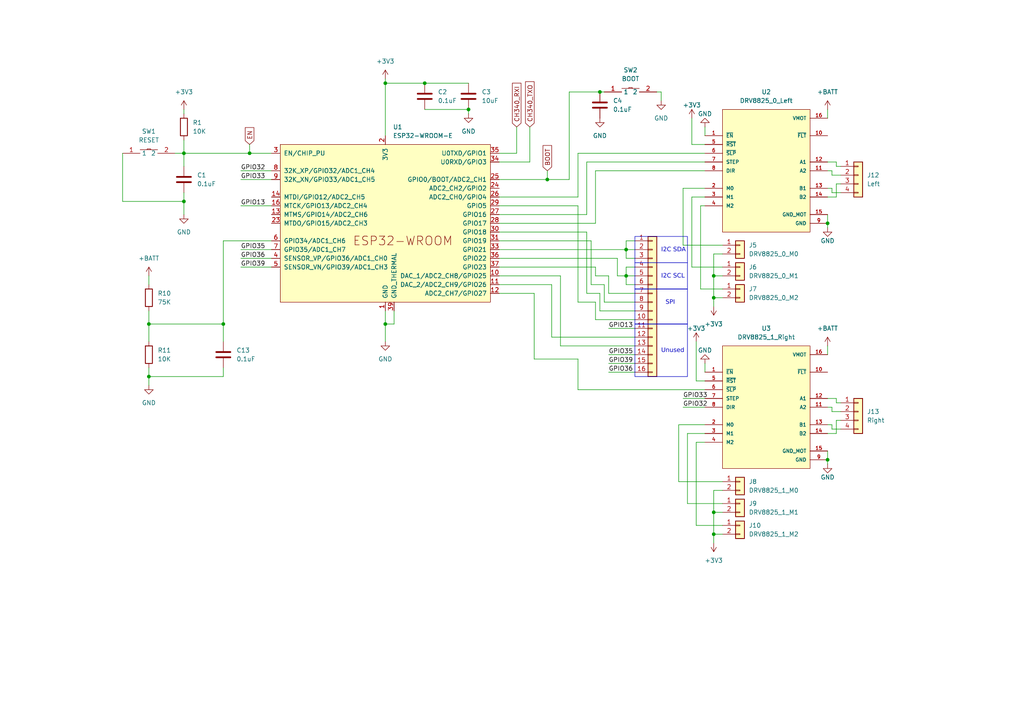
<source format=kicad_sch>
(kicad_sch (version 20230121) (generator eeschema)
  (paper "A4")
  (lib_symbols
    (symbol "Connector_Generic:Conn_01x02" (pin_names (offset 1.016) hide)
      (property "Reference" "J" (at 0 2.54 0))
      (property "Value" "Conn_01x02" (at 0 -5.08 0))
      (symbol "Conn_01x02_1_1"
        (rectangle (start -1.27 -2.413) (end 0 -2.667) (stroke (width 0.1524)))
        (rectangle (start -1.27 0.127) (end 0 -0.127) (stroke (width 0.1524)))
        (rectangle (start -1.27 1.27) (end 1.27 -3.81) (stroke (width 0.254)) (fill (type background)))
        (pin passive line (at -5.08 0 0) (length 3.81) (name "Pin_1") (number "1"))
        (pin passive line (at -5.08 -2.54 0) (length 3.81) (name "Pin_2") (number "2"))
      )
    )
    (symbol "Connector_Generic:Conn_01x04" (pin_names (offset 1.016) hide)
      (property "Reference" "J" (at 0 5.08 0))
      (property "Value" "Conn_01x04" (at 0 -7.62 0))
      (symbol "Conn_01x04_1_1"
        (rectangle (start -1.27 -4.953) (end 0 -5.207) (stroke (width 0.1524)))
        (rectangle (start -1.27 -2.413) (end 0 -2.667) (stroke (width 0.1524)))
        (rectangle (start -1.27 0.127) (end 0 -0.127) (stroke (width 0.1524)))
        (rectangle (start -1.27 2.667) (end 0 2.413) (stroke (width 0.1524)))
        (rectangle (start -1.27 3.81) (end 1.27 -6.35) (stroke (width 0.254)) (fill (type background)))
        (pin passive line (at -5.08 2.54 0) (length 3.81) (name "Pin_1") (number "1"))
        (pin passive line (at -5.08 0 0) (length 3.81) (name "Pin_2") (number "2"))
        (pin passive line (at -5.08 -2.54 0) (length 3.81) (name "Pin_3") (number "3"))
        (pin passive line (at -5.08 -5.08 0) (length 3.81) (name "Pin_4") (number "4"))
      )
    )
    (symbol "Connector_Generic:Conn_01x16" (pin_names (offset 1.016) hide)
      (property "Reference" "J" (at 0 20.32 0))
      (property "Value" "Conn_01x16" (at 0 -22.86 0))
      (symbol "Conn_01x16_1_1"
        (rectangle (start -1.27 -20.193) (end 0 -20.447) (stroke (width 0.1524)))
        (rectangle (start -1.27 -17.653) (end 0 -17.907) (stroke (width 0.1524)))
        (rectangle (start -1.27 -15.113) (end 0 -15.367) (stroke (width 0.1524)))
        (rectangle (start -1.27 -12.573) (end 0 -12.827) (stroke (width 0.1524)))
        (rectangle (start -1.27 -10.033) (end 0 -10.287) (stroke (width 0.1524)))
        (rectangle (start -1.27 -7.493) (end 0 -7.747) (stroke (width 0.1524)))
        (rectangle (start -1.27 -4.953) (end 0 -5.207) (stroke (width 0.1524)))
        (rectangle (start -1.27 -2.413) (end 0 -2.667) (stroke (width 0.1524)))
        (rectangle (start -1.27 0.127) (end 0 -0.127) (stroke (width 0.1524)))
        (rectangle (start -1.27 2.667) (end 0 2.413) (stroke (width 0.1524)))
        (rectangle (start -1.27 5.207) (end 0 4.953) (stroke (width 0.1524)))
        (rectangle (start -1.27 7.747) (end 0 7.493) (stroke (width 0.1524)))
        (rectangle (start -1.27 10.287) (end 0 10.033) (stroke (width 0.1524)))
        (rectangle (start -1.27 12.827) (end 0 12.573) (stroke (width 0.1524)))
        (rectangle (start -1.27 15.367) (end 0 15.113) (stroke (width 0.1524)))
        (rectangle (start -1.27 17.907) (end 0 17.653) (stroke (width 0.1524)))
        (rectangle (start -1.27 19.05) (end 1.27 -21.59) (stroke (width 0.254)) (fill (type background)))
        (pin passive line (at -5.08 17.78 0) (length 3.81) (name "Pin_1") (number "1"))
        (pin passive line (at -5.08 -5.08 0) (length 3.81) (name "Pin_10") (number "10"))
        (pin passive line (at -5.08 -7.62 0) (length 3.81) (name "Pin_11") (number "11"))
        (pin passive line (at -5.08 -10.16 0) (length 3.81) (name "Pin_12") (number "12"))
        (pin passive line (at -5.08 -12.7 0) (length 3.81) (name "Pin_13") (number "13"))
        (pin passive line (at -5.08 -15.24 0) (length 3.81) (name "Pin_14") (number "14"))
        (pin passive line (at -5.08 -17.78 0) (length 3.81) (name "Pin_15") (number "15"))
        (pin passive line (at -5.08 -20.32 0) (length 3.81) (name "Pin_16") (number "16"))
        (pin passive line (at -5.08 15.24 0) (length 3.81) (name "Pin_2") (number "2"))
        (pin passive line (at -5.08 12.7 0) (length 3.81) (name "Pin_3") (number "3"))
        (pin passive line (at -5.08 10.16 0) (length 3.81) (name "Pin_4") (number "4"))
        (pin passive line (at -5.08 7.62 0) (length 3.81) (name "Pin_5") (number "5"))
        (pin passive line (at -5.08 5.08 0) (length 3.81) (name "Pin_6") (number "6"))
        (pin passive line (at -5.08 2.54 0) (length 3.81) (name "Pin_7") (number "7"))
        (pin passive line (at -5.08 0 0) (length 3.81) (name "Pin_8") (number "8"))
        (pin passive line (at -5.08 -2.54 0) (length 3.81) (name "Pin_9") (number "9"))
      )
    )
    (symbol "DRV8825_STEPPER_MOTOR_DRIVER_CARRIER:DRV8825_STEPPER_MOTOR_DRIVER_CARRIER" (pin_names (offset 1.016))
      (property "Reference" "U" (at -12.7 18.542 0))
      (property "Value" "DRV8825_STEPPER_MOTOR_DRIVER_CARRIER" (at -12.7 -20.32 0))
      (symbol "DRV8825_STEPPER_MOTOR_DRIVER_CARRIER_0_0"
        (rectangle (start -12.7 -17.78) (end 12.7 17.78) (stroke (width 0.1524)) (fill (type background)))
        (pin input line (at -17.78 10.16 0) (length 5.08) (name "~{EN}") (number "1"))
        (pin output line (at 17.78 10.16 180) (length 5.08) (name "~{FLT}") (number "10"))
        (pin output line (at 17.78 0 180) (length 5.08) (name "A2") (number "11"))
        (pin output line (at 17.78 2.54 180) (length 5.08) (name "A1") (number "12"))
        (pin output line (at 17.78 -5.08 180) (length 5.08) (name "B1") (number "13"))
        (pin output line (at 17.78 -7.62 180) (length 5.08) (name "B2") (number "14"))
        (pin power_in line (at 17.78 -12.7 180) (length 5.08) (name "GND_MOT") (number "15"))
        (pin power_in line (at 17.78 15.24 180) (length 5.08) (name "VMOT") (number "16"))
        (pin input line (at -17.78 -5.08 0) (length 5.08) (name "M0") (number "2"))
        (pin input line (at -17.78 -7.62 0) (length 5.08) (name "M1") (number "3"))
        (pin input line (at -17.78 -10.16 0) (length 5.08) (name "M2") (number "4"))
        (pin input line (at -17.78 7.62 0) (length 5.08) (name "~{RST}") (number "5"))
        (pin input line (at -17.78 5.08 0) (length 5.08) (name "~{SLP}") (number "6"))
        (pin input line (at -17.78 2.54 0) (length 5.08) (name "STEP") (number "7"))
        (pin input line (at -17.78 0 0) (length 5.08) (name "DIR") (number "8"))
        (pin power_in line (at 17.78 -15.24 180) (length 5.08) (name "GND") (number "9"))
      )
    )
    (symbol "Device:C" (pin_numbers hide) (pin_names (offset 0.254))
      (property "Reference" "C" (at 0.635 2.54 0))
      (property "Value" "C" (at 0.635 -2.54 0))
      (symbol "C_0_1"
        (polyline (pts (xy -2.032 -0.762) (xy 2.032 -0.762)) (stroke (width 0.508)))
        (polyline (pts (xy -2.032 0.762) (xy 2.032 0.762)) (stroke (width 0.508)))
      )
      (symbol "C_1_1"
        (pin passive line (at 0 3.81 270) (length 2.794) (name "~") (number "1"))
        (pin passive line (at 0 -3.81 90) (length 2.794) (name "~") (number "2"))
      )
    )
    (symbol "Device:R" (pin_numbers hide) (pin_names (offset 0))
      (property "Reference" "R" (at 2.032 0 90))
      (property "Value" "R" (at 0 0 90))
      (symbol "R_0_1"
        (rectangle (start -1.016 -2.54) (end 1.016 2.54) (stroke (width 0.254)))
      )
      (symbol "R_1_1"
        (pin passive line (at 0 3.81 270) (length 1.27) (name "~") (number "1"))
        (pin passive line (at 0 -3.81 90) (length 1.27) (name "~") (number "2"))
      )
    )
    (symbol "Espressif:ESP32-WROOM-E" (pin_names (offset 1.016))
      (property "Reference" "U" (at -30.48 27.94 0))
      (property "Value" "ESP32-WROOM-E" (at -30.48 25.4 0))
      (symbol "ESP32-WROOM-E_0_1"
        (rectangle (start -30.48 22.86) (end 30.48 -22.86) (fill (type background)))
      )
      (symbol "ESP32-WROOM-E_1_1"
        (text "ESP32-­WROOM­" (at 5.08 -5.08 0) (effects (font (size 2.54 2.54))))
        (pin power_in line (at 0 -25.4 90) (length 2.54) (name "GND") (number "1"))
        (pin bidirectional line (at 33.02 -15.24 180) (length 2.54) (name "DAC_1/ADC2_CH8/GPIO25") (number "10"))
        (pin bidirectional line (at 33.02 -17.78 180) (length 2.54) (name "DAC_2/ADC2_CH9/GPIO26") (number "11"))
        (pin bidirectional line (at 33.02 -20.32 180) (length 2.54) (name "ADC2_CH7/GPIO27") (number "12"))
        (pin bidirectional line (at -33.02 2.54 0) (length 2.54) (name "MTMS/GPIO14/ADC2_CH6") (number "13"))
        (pin bidirectional line (at -33.02 7.62 0) (length 2.54) (name "MTDI/GPIO12/ADC2_CH5") (number "14"))
        (pin passive line (at 0 -25.4 90) (length 2.54) hide (name "GND") (number "15"))
        (pin bidirectional line (at -33.02 5.08 0) (length 2.54) (name "MTCK/GPIO13/ADC2_CH4") (number "16"))
        (pin power_in line (at 0 25.4 270) (length 2.54) (name "3V3") (number "2"))
        (pin bidirectional line (at -33.02 0 0) (length 2.54) (name "MTDO/GPIO15/ADC2_CH3") (number "23"))
        (pin bidirectional line (at 33.02 10.16 180) (length 2.54) (name "ADC2_CH2/GPIO2") (number "24"))
        (pin bidirectional line (at 33.02 12.7 180) (length 2.54) (name "GPIO0/BOOT/ADC2_CH1") (number "25"))
        (pin bidirectional line (at 33.02 7.62 180) (length 2.54) (name "ADC2_CH0/GPIO4") (number "26"))
        (pin bidirectional line (at 33.02 2.54 180) (length 2.54) (name "GPIO16") (number "27"))
        (pin bidirectional line (at 33.02 0 180) (length 2.54) (name "GPIO17") (number "28"))
        (pin bidirectional line (at 33.02 5.08 180) (length 2.54) (name "GPIO5") (number "29"))
        (pin input line (at -33.02 20.32 0) (length 2.54) (name "EN/CHIP_PU") (number "3"))
        (pin bidirectional line (at 33.02 -2.54 180) (length 2.54) (name "GPIO18") (number "30"))
        (pin bidirectional line (at 33.02 -5.08 180) (length 2.54) (name "GPIO19") (number "31"))
        (pin bidirectional line (at 33.02 -7.62 180) (length 2.54) (name "GPIO21") (number "33"))
        (pin bidirectional line (at 33.02 17.78 180) (length 2.54) (name "U0RXD/GPIO3") (number "34"))
        (pin bidirectional line (at 33.02 20.32 180) (length 2.54) (name "U0TXD/GPIO1") (number "35"))
        (pin bidirectional line (at 33.02 -10.16 180) (length 2.54) (name "GPIO22") (number "36"))
        (pin bidirectional line (at 33.02 -12.7 180) (length 2.54) (name "GPIO23") (number "37"))
        (pin passive line (at 0 -25.4 90) (length 2.54) hide (name "GND") (number "38"))
        (pin power_in line (at 2.54 -25.4 90) (length 2.54) (name "GND_THERMAL") (number "39"))
        (pin input line (at -33.02 -10.16 0) (length 2.54) (name "SENSOR_VP/GPIO36/ADC1_CH0") (number "4"))
        (pin input line (at -33.02 -12.7 0) (length 2.54) (name "SENSOR_VN/GPIO39/ADC1_CH3") (number "5"))
        (pin input line (at -33.02 -5.08 0) (length 2.54) (name "GPIO34/ADC1_CH6") (number "6"))
        (pin input line (at -33.02 -7.62 0) (length 2.54) (name "GPIO35/ADC1_CH7") (number "7"))
        (pin bidirectional line (at -33.02 15.24 0) (length 2.54) (name "32K_XP/GPIO32/ADC1_CH4") (number "8"))
        (pin bidirectional line (at -33.02 12.7 0) (length 2.54) (name "32K_XN/GPIO33/ADC1_CH5") (number "9"))
      )
    )
    (symbol "easyeda2kicad:TS-1101-C-W"
      (property "Reference" "SW" (at 0 5.08 0))
      (property "Value" "TS-1101-C-W" (at 0 -5.08 0))
      (symbol "TS-1101-C-W_0_1"
        (polyline (pts (xy -2.54 1.02) (xy 2.54 1.02)))
        (polyline (pts (xy -0.51 1.02) (xy -0.51 1.27) (xy 0.51 1.27) (xy 0.51 1.02)))
        (pin unspecified line (at -7.62 0 0) (length 5.08) (name "1") (number "1"))
        (pin unspecified line (at 7.62 0 180) (length 5.08) (name "2") (number "2"))
      )
    )
    (symbol "power:+3V3" (power) (pin_names (offset 0))
      (property "Value" "+3V3" (at 0 3.556 0))
      (symbol "+3V3_0_1"
        (polyline (pts (xy -0.762 1.27) (xy 0 2.54)))
        (polyline (pts (xy 0 0) (xy 0 2.54)))
        (polyline (pts (xy 0 2.54) (xy 0.762 1.27)))
      )
      (symbol "+3V3_1_1"
        (pin power_in line (at 0 0 90) (length 0) hide (name "+3V3") (number "1"))
      )
    )
    (symbol "power:+BATT" (power) (pin_names (offset 0))
      (property "Value" "+BATT" (at 0 3.556 0))
      (symbol "+BATT_0_1"
        (polyline (pts (xy -0.762 1.27) (xy 0 2.54)))
        (polyline (pts (xy 0 0) (xy 0 2.54)))
        (polyline (pts (xy 0 2.54) (xy 0.762 1.27)))
      )
      (symbol "+BATT_1_1"
        (pin power_in line (at 0 0 90) (length 0) hide (name "+BATT") (number "1"))
      )
    )
    (symbol "power:GND" (power) (pin_names (offset 0))
      (property "Value" "GND" (at 0 -3.81 0))
      (symbol "GND_0_1"
        (polyline (pts (xy 0 0) (xy 0 -1.27) (xy 1.27 -1.27) (xy 0 -2.54) (xy -1.27 -1.27) (xy 0 -1.27)))
      )
      (symbol "GND_1_1"
        (pin power_in line (at 0 0 270) (length 0) hide (name "GND") (number "1"))
      )
    )
  )
  (junction (at 135.89 31.75))
  (junction (at 111.76 93.98))
  (junction (at 207.01 86.36))
  (junction (at 240.03 64.77))
  (junction (at 123.19 24.13))
  (junction (at 43.18 93.98))
  (junction (at 158.75 52.07))
  (junction (at 53.34 44.45))
  (junction (at 240.03 133.35))
  (junction (at 111.76 24.13))
  (junction (at 173.99 26.67))
  (junction (at 43.18 109.22))
  (junction (at 72.39 44.45))
  (junction (at 64.77 93.98))
  (junction (at 207.01 148.59))
  (junction (at 181.61 80.01))
  (junction (at 181.61 72.39))
  (junction (at 207.01 154.94))
  (junction (at 207.01 80.01))
  (junction (at 53.34 58.42))
  (wire (pts (xy 241.3 123.19) (xy 241.3 124.46)))
  (wire (pts (xy 144.78 59.69) (xy 167.64 59.69)))
  (wire (pts (xy 198.12 118.11) (xy 204.47 118.11)))
  (wire (pts (xy 204.47 41.91) (xy 200.66 41.91)))
  (wire (pts (xy 241.3 124.46) (xy 243.84 124.46)))
  (wire (pts (xy 176.53 105.41) (xy 184.15 105.41)))
  (wire (pts (xy 204.47 128.27) (xy 201.93 128.27)))
  (wire (pts (xy 200.66 77.47) (xy 209.55 77.47)))
  (wire (pts (xy 144.78 62.23) (xy 170.18 62.23)))
  (wire (pts (xy 240.03 46.99) (xy 242.57 46.99)))
  (wire (pts (xy 207.01 154.94) (xy 207.01 157.48)))
  (wire (pts (xy 165.1 52.07) (xy 165.1 26.67)))
  (wire (pts (xy 241.3 49.53) (xy 241.3 50.8)))
  (wire (pts (xy 172.72 49.53) (xy 172.72 64.77)))
  (wire (pts (xy 172.72 77.47) (xy 172.72 80.01)))
  (wire (pts (xy 111.76 93.98) (xy 111.76 99.06)))
  (wire (pts (xy 204.47 36.83) (xy 204.47 39.37)))
  (wire (pts (xy 162.56 80.01) (xy 162.56 100.33)))
  (wire (pts (xy 170.18 46.99) (xy 170.18 62.23)))
  (wire (pts (xy 204.47 57.15) (xy 200.66 57.15)))
  (wire (pts (xy 181.61 72.39) (xy 181.61 74.93)))
  (wire (pts (xy 209.55 154.94) (xy 207.01 154.94)))
  (wire (pts (xy 53.34 58.42) (xy 53.34 62.23)))
  (wire (pts (xy 207.01 80.01) (xy 207.01 86.36)))
  (wire (pts (xy 240.03 31.75) (xy 240.03 34.29)))
  (wire (pts (xy 241.3 54.61) (xy 241.3 55.88)))
  (wire (pts (xy 69.85 77.47) (xy 78.74 77.47)))
  (wire (pts (xy 172.72 87.63) (xy 172.72 92.71)))
  (wire (pts (xy 78.74 69.85) (xy 64.77 69.85)))
  (wire (pts (xy 176.53 95.25) (xy 184.15 95.25)))
  (wire (pts (xy 207.01 148.59) (xy 207.01 154.94)))
  (wire (pts (xy 170.18 85.09) (xy 173.99 85.09)))
  (wire (pts (xy 201.93 128.27) (xy 201.93 152.4)))
  (wire (pts (xy 173.99 26.67) (xy 175.26 26.67)))
  (wire (pts (xy 181.61 82.55) (xy 184.15 82.55)))
  (wire (pts (xy 154.94 104.14) (xy 167.64 104.14)))
  (wire (pts (xy 69.85 72.39) (xy 78.74 72.39)))
  (wire (pts (xy 240.03 64.77) (xy 240.03 66.04)))
  (wire (pts (xy 242.57 57.15) (xy 242.57 53.34)))
  (wire (pts (xy 160.02 97.79) (xy 184.15 97.79)))
  (wire (pts (xy 242.57 116.84) (xy 243.84 116.84)))
  (wire (pts (xy 111.76 24.13) (xy 111.76 39.37)))
  (wire (pts (xy 144.78 67.31) (xy 170.18 67.31)))
  (wire (pts (xy 181.61 77.47) (xy 184.15 77.47)))
  (wire (pts (xy 35.56 44.45) (xy 35.56 58.42)))
  (wire (pts (xy 179.07 80.01) (xy 181.61 80.01)))
  (wire (pts (xy 43.18 93.98) (xy 43.18 99.06)))
  (wire (pts (xy 64.77 99.06) (xy 64.77 93.98)))
  (wire (pts (xy 172.72 49.53) (xy 204.47 49.53)))
  (wire (pts (xy 144.78 44.45) (xy 149.86 44.45)))
  (wire (pts (xy 196.85 123.19) (xy 196.85 139.7)))
  (wire (pts (xy 240.03 57.15) (xy 242.57 57.15)))
  (wire (pts (xy 158.75 49.53) (xy 158.75 52.07)))
  (wire (pts (xy 240.03 62.23) (xy 240.03 64.77)))
  (wire (pts (xy 114.3 90.17) (xy 114.3 93.98)))
  (wire (pts (xy 198.12 71.12) (xy 209.55 71.12)))
  (wire (pts (xy 165.1 26.67) (xy 173.99 26.67)))
  (wire (pts (xy 176.53 107.95) (xy 184.15 107.95)))
  (wire (pts (xy 201.93 110.49) (xy 204.47 110.49)))
  (wire (pts (xy 69.85 59.69) (xy 78.74 59.69)))
  (wire (pts (xy 204.47 59.69) (xy 203.2 59.69)))
  (wire (pts (xy 190.5 26.67) (xy 191.77 26.67)))
  (wire (pts (xy 242.57 46.99) (xy 242.57 48.26)))
  (wire (pts (xy 240.03 118.11) (xy 241.3 118.11)))
  (wire (pts (xy 167.64 57.15) (xy 167.64 44.45)))
  (wire (pts (xy 240.03 115.57) (xy 242.57 115.57)))
  (wire (pts (xy 167.64 59.69) (xy 167.64 87.63)))
  (wire (pts (xy 43.18 106.68) (xy 43.18 109.22)))
  (wire (pts (xy 167.64 87.63) (xy 172.72 87.63)))
  (wire (pts (xy 64.77 69.85) (xy 64.77 93.98)))
  (wire (pts (xy 144.78 52.07) (xy 158.75 52.07)))
  (wire (pts (xy 144.78 64.77) (xy 172.72 64.77)))
  (wire (pts (xy 201.93 152.4) (xy 209.55 152.4)))
  (wire (pts (xy 172.72 80.01) (xy 176.53 80.01)))
  (wire (pts (xy 240.03 123.19) (xy 241.3 123.19)))
  (wire (pts (xy 144.78 77.47) (xy 172.72 77.47)))
  (wire (pts (xy 171.45 82.55) (xy 175.26 82.55)))
  (wire (pts (xy 241.3 50.8) (xy 243.84 50.8)))
  (wire (pts (xy 242.57 121.92) (xy 243.84 121.92)))
  (wire (pts (xy 144.78 46.99) (xy 153.67 46.99)))
  (wire (pts (xy 64.77 109.22) (xy 43.18 109.22)))
  (wire (pts (xy 69.85 52.07) (xy 78.74 52.07)))
  (wire (pts (xy 111.76 90.17) (xy 111.76 93.98)))
  (wire (pts (xy 53.34 40.64) (xy 53.34 44.45)))
  (wire (pts (xy 200.66 41.91) (xy 200.66 34.29)))
  (wire (pts (xy 144.78 57.15) (xy 167.64 57.15)))
  (wire (pts (xy 153.67 36.83) (xy 153.67 46.99)))
  (wire (pts (xy 242.57 115.57) (xy 242.57 116.84)))
  (wire (pts (xy 209.55 86.36) (xy 207.01 86.36)))
  (wire (pts (xy 69.85 49.53) (xy 78.74 49.53)))
  (wire (pts (xy 144.78 80.01) (xy 162.56 80.01)))
  (wire (pts (xy 181.61 80.01) (xy 184.15 80.01)))
  (wire (pts (xy 191.77 26.67) (xy 191.77 29.21)))
  (wire (pts (xy 181.61 80.01) (xy 181.61 77.47)))
  (wire (pts (xy 43.18 109.22) (xy 43.18 111.76)))
  (wire (pts (xy 64.77 93.98) (xy 43.18 93.98)))
  (wire (pts (xy 176.53 85.09) (xy 184.15 85.09)))
  (wire (pts (xy 175.26 87.63) (xy 184.15 87.63)))
  (wire (pts (xy 181.61 72.39) (xy 181.61 69.85)))
  (wire (pts (xy 114.3 93.98) (xy 111.76 93.98)))
  (wire (pts (xy 160.02 82.55) (xy 160.02 97.79)))
  (wire (pts (xy 144.78 72.39) (xy 181.61 72.39)))
  (wire (pts (xy 50.8 44.45) (xy 53.34 44.45)))
  (wire (pts (xy 144.78 82.55) (xy 160.02 82.55)))
  (wire (pts (xy 240.03 100.33) (xy 240.03 102.87)))
  (wire (pts (xy 170.18 67.31) (xy 170.18 85.09)))
  (wire (pts (xy 158.75 52.07) (xy 165.1 52.07)))
  (wire (pts (xy 111.76 24.13) (xy 123.19 24.13)))
  (wire (pts (xy 53.34 44.45) (xy 72.39 44.45)))
  (wire (pts (xy 204.47 123.19) (xy 196.85 123.19)))
  (wire (pts (xy 53.34 31.75) (xy 53.34 33.02)))
  (wire (pts (xy 201.93 99.06) (xy 201.93 110.49)))
  (wire (pts (xy 53.34 44.45) (xy 53.34 48.26)))
  (wire (pts (xy 204.47 125.73) (xy 199.39 125.73)))
  (wire (pts (xy 204.47 54.61) (xy 198.12 54.61)))
  (wire (pts (xy 176.53 80.01) (xy 176.53 85.09)))
  (wire (pts (xy 144.78 69.85) (xy 171.45 69.85)))
  (wire (pts (xy 167.64 44.45) (xy 204.47 44.45)))
  (wire (pts (xy 175.26 82.55) (xy 175.26 87.63)))
  (wire (pts (xy 204.47 105.41) (xy 204.47 107.95)))
  (wire (pts (xy 35.56 58.42) (xy 53.34 58.42)))
  (wire (pts (xy 167.64 104.14) (xy 167.64 113.03)))
  (wire (pts (xy 181.61 74.93) (xy 184.15 74.93)))
  (wire (pts (xy 69.85 74.93) (xy 78.74 74.93)))
  (wire (pts (xy 172.72 92.71) (xy 184.15 92.71)))
  (wire (pts (xy 207.01 86.36) (xy 207.01 88.9)))
  (wire (pts (xy 240.03 49.53) (xy 241.3 49.53)))
  (wire (pts (xy 241.3 118.11) (xy 241.3 119.38)))
  (wire (pts (xy 199.39 146.05) (xy 209.55 146.05)))
  (wire (pts (xy 111.76 22.86) (xy 111.76 24.13)))
  (wire (pts (xy 43.18 80.01) (xy 43.18 82.55)))
  (wire (pts (xy 154.94 85.09) (xy 154.94 104.14)))
  (wire (pts (xy 53.34 55.88) (xy 53.34 58.42)))
  (wire (pts (xy 240.03 125.73) (xy 242.57 125.73)))
  (wire (pts (xy 242.57 125.73) (xy 242.57 121.92)))
  (wire (pts (xy 162.56 100.33) (xy 184.15 100.33)))
  (wire (pts (xy 144.78 74.93) (xy 179.07 74.93)))
  (wire (pts (xy 181.61 72.39) (xy 184.15 72.39)))
  (wire (pts (xy 198.12 54.61) (xy 198.12 71.12)))
  (wire (pts (xy 209.55 142.24) (xy 207.01 142.24)))
  (wire (pts (xy 240.03 130.81) (xy 240.03 133.35)))
  (wire (pts (xy 72.39 44.45) (xy 78.74 44.45)))
  (wire (pts (xy 203.2 59.69) (xy 203.2 83.82)))
  (wire (pts (xy 241.3 119.38) (xy 243.84 119.38)))
  (wire (pts (xy 173.99 85.09) (xy 173.99 90.17)))
  (wire (pts (xy 196.85 139.7) (xy 209.55 139.7)))
  (wire (pts (xy 198.12 115.57) (xy 204.47 115.57)))
  (wire (pts (xy 209.55 80.01) (xy 207.01 80.01)))
  (wire (pts (xy 240.03 54.61) (xy 241.3 54.61)))
  (wire (pts (xy 179.07 74.93) (xy 179.07 80.01)))
  (wire (pts (xy 200.66 57.15) (xy 200.66 77.47)))
  (wire (pts (xy 176.53 102.87) (xy 184.15 102.87)))
  (wire (pts (xy 173.99 90.17) (xy 184.15 90.17)))
  (wire (pts (xy 240.03 133.35) (xy 240.03 134.62)))
  (wire (pts (xy 181.61 69.85) (xy 184.15 69.85)))
  (wire (pts (xy 209.55 73.66) (xy 207.01 73.66)))
  (wire (pts (xy 181.61 80.01) (xy 181.61 82.55)))
  (wire (pts (xy 170.18 46.99) (xy 204.47 46.99)))
  (wire (pts (xy 199.39 125.73) (xy 199.39 146.05)))
  (wire (pts (xy 241.3 55.88) (xy 243.84 55.88)))
  (wire (pts (xy 207.01 142.24) (xy 207.01 148.59)))
  (wire (pts (xy 144.78 85.09) (xy 154.94 85.09)))
  (wire (pts (xy 72.39 41.91) (xy 72.39 44.45)))
  (wire (pts (xy 123.19 31.75) (xy 135.89 31.75)))
  (wire (pts (xy 203.2 83.82) (xy 209.55 83.82)))
  (wire (pts (xy 167.64 113.03) (xy 204.47 113.03)))
  (wire (pts (xy 149.86 36.83) (xy 149.86 44.45)))
  (wire (pts (xy 123.19 24.13) (xy 135.89 24.13)))
  (wire (pts (xy 207.01 73.66) (xy 207.01 80.01)))
  (wire (pts (xy 209.55 148.59) (xy 207.01 148.59)))
  (wire (pts (xy 242.57 48.26) (xy 243.84 48.26)))
  (wire (pts (xy 64.77 106.68) (xy 64.77 109.22)))
  (wire (pts (xy 43.18 90.17) (xy 43.18 93.98)))
  (wire (pts (xy 135.89 31.75) (xy 135.89 33.02)))
  (wire (pts (xy 242.57 53.34) (xy 243.84 53.34)))
  (wire (pts (xy 171.45 69.85) (xy 171.45 82.55)))
  (rectangle (start 184.15 68.58) (end 199.39 76.2))
  (rectangle (start 184.15 93.98) (end 199.39 109.22))
  (rectangle (start 184.15 76.2) (end 199.39 83.82))
  (rectangle (start 184.15 83.82) (end 199.39 93.98))
  (text "I2C SDA" (at 191.77 73.66 0) (effects (font (size 1.27 1.27)) (justify left bottom)))
  (text "Unused" (at 191.77 102.87 0) (effects (font (size 1.27 1.27)) (justify left bottom)))
  (text "SPI" (at 193.04 88.9 0) (effects (font (size 1.27 1.27)) (justify left bottom)))
  (text "I2C SCL" (at 191.77 81.28 0) (effects (font (size 1.27 1.27)) (justify left bottom)))
  (label "GPIO39" (at 69.85 77.47 0))
  (label "GPIO39" (at 176.53 105.41 0))
  (label "GPIO13" (at 176.53 95.25 0))
  (label "GPIO35" (at 69.85 72.39 0))
  (label "GPIO33" (at 198.12 115.57 0))
  (label "GPIO36" (at 69.85 74.93 0))
  (label "GPIO32" (at 69.85 49.53 0))
  (label "GPIO35" (at 176.53 102.87 0))
  (label "GPIO36" (at 176.53 107.95 0))
  (label "GPIO33" (at 69.85 52.07 0))
  (label "GPIO32" (at 198.12 118.11 0))
  (label "GPIO13" (at 69.85 59.69 0))
  (global_label "EN" (shape input) (at 72.39 41.91 90) (property "Intersheetrefs" "${INTERSHEET_REFS}" (effects hide)))
  (global_label "CH340_TXO" (shape input) (at 153.67 36.83 90) (property "Intersheetrefs" "${INTERSHEET_REFS}" (effects hide)))
  (global_label "BOOT" (shape input) (at 158.75 49.53 90) (property "Intersheetrefs" "${INTERSHEET_REFS}" (effects hide)))
  (global_label "CH340_RXI" (shape input) (at 149.86 36.83 90) (property "Intersheetrefs" "${INTERSHEET_REFS}" (effects hide)))
  (symbol (lib_id "DRV8825_STEPPER_MOTOR_DRIVER_CARRIER:DRV8825_STEPPER_MOTOR_DRIVER_CARRIER") (at 222.25 118.11 0) (unit 1)
    (property "Reference" "U3" (at 222.25 95.25 0))
    (property "Value" "DRV8825_1_Right" (at 222.25 97.79 0))
    (property "Footprint" "Snap_EDA:IC_DRV8825_STEPPER_MOTOR_DRIVER_CARRIER" (effects hide))
    (property "MF" "Pololu" (effects hide))
    (property "DESCRIPTION" "Stepper motor controler; IC: DRV8825; 1.5A; Uin mot: 8.2÷45V" (effects hide))
    (property "PACKAGE" "None" (effects hide))
    (property "PRICE" "None" (effects hide))
    (property "Package" "None" (effects hide))
    (property "Check_prices" "https://www.snapeda.com/parts/DRV8825%20STEPPER%20MOTOR%20DRIVER%20CARRIER/Pololu/view-part/?ref=eda" (effects hide))
    (property "Price" "None" (effects hide))
    (property "SnapEDA_Link" "https://www.snapeda.com/parts/DRV8825%20STEPPER%20MOTOR%20DRIVER%20CARRIER/Pololu/view-part/?ref=snap" (effects hide))
    (property "MP" "DRV8825 STEPPER MOTOR DRIVER CARRIER" (effects hide))
    (property "Availability" "Not in stock" (effects hide))
    (property "AVAILABILITY" "Unavailable" (effects hide))
    (property "Description" "\n                        \n                            Stepper, Bipolar 8.2 ~ 45VDC Supply 1.5A 8.2 ~ 45V Load\n                        \n" (effects hide))
  )
  (symbol (lib_id "power:GND") (at 111.76 99.06 0) (unit 1)
    (property "Reference" "#PWR04" (effects hide))
    (property "Value" "GND" (at 111.76 104.14 0))
  )
  (symbol (lib_id "Connector_Generic:Conn_01x04") (at 248.92 50.8 0) (unit 1)
    (property "Reference" "J12" (at 251.46 50.8 0) (effects (justify left)))
    (property "Value" "Left" (at 251.46 53.34 0) (effects (justify left)))
    (property "Footprint" "Connector_PinSocket_2.54mm:PinSocket_1x04_P2.54mm_Vertical" (effects hide))
  )
  (symbol (lib_id "power:+3V3") (at 207.01 88.9 180) (unit 1)
    (property "Reference" "#PWR034" (effects hide))
    (property "Value" "+3V3" (at 207.01 93.98 0))
  )
  (symbol (lib_id "power:+BATT") (at 240.03 100.33 0) (unit 1)
    (property "Reference" "#PWR038" (effects hide))
    (property "Value" "+BATT" (at 240.03 95.25 0))
  )
  (symbol (lib_id "power:GND") (at 204.47 36.83 180) (unit 1)
    (property "Reference" "#PWR032" (effects hide))
    (property "Value" "GND" (at 204.47 33.02 0))
  )
  (symbol (lib_id "Device:R") (at 53.34 36.83 0) (unit 1)
    (property "Reference" "R1" (at 55.88 35.56 0) (effects (justify left)))
    (property "Value" "10K" (at 55.88 38.1 0) (effects (justify left)))
    (property "Footprint" "Resistor_SMD:R_0805_2012Metric" (effects hide))
  )
  (symbol (lib_id "Connector_Generic:Conn_01x02") (at 214.63 83.82 0) (unit 1)
    (property "Reference" "J7" (at 217.17 83.82 0) (effects (justify left)))
    (property "Value" "DRV8825_0_M2" (at 217.17 86.36 0) (effects (justify left)))
    (property "Footprint" "Connector_PinHeader_2.54mm:PinHeader_1x02_P2.54mm_Vertical" (effects hide))
  )
  (symbol (lib_id "Connector_Generic:Conn_01x04") (at 248.92 119.38 0) (unit 1)
    (property "Reference" "J13" (at 251.46 119.38 0) (effects (justify left)))
    (property "Value" "Right" (at 251.46 121.92 0) (effects (justify left)))
    (property "Footprint" "Connector_PinSocket_2.54mm:PinSocket_1x04_P2.54mm_Vertical" (effects hide))
  )
  (symbol (lib_id "power:+3V3") (at 207.01 157.48 180) (unit 1)
    (property "Reference" "#PWR035" (effects hide))
    (property "Value" "+3V3" (at 207.01 162.56 0))
  )
  (symbol (lib_id "Connector_Generic:Conn_01x02") (at 214.63 152.4 0) (unit 1)
    (property "Reference" "J10" (at 217.17 152.4 0) (effects (justify left)))
    (property "Value" "DRV8825_1_M2" (at 217.17 154.94 0) (effects (justify left)))
    (property "Footprint" "Connector_PinHeader_2.54mm:PinHeader_1x02_P2.54mm_Vertical" (effects hide))
  )
  (symbol (lib_id "Connector_Generic:Conn_01x02") (at 214.63 146.05 0) (unit 1)
    (property "Reference" "J9" (at 217.17 146.05 0) (effects (justify left)))
    (property "Value" "DRV8825_1_M1" (at 217.17 148.59 0) (effects (justify left)))
    (property "Footprint" "Connector_PinHeader_2.54mm:PinHeader_1x02_P2.54mm_Vertical" (effects hide))
  )
  (symbol (lib_id "power:+3V3") (at 201.93 99.06 0) (unit 1)
    (property "Reference" "#PWR09" (effects hide))
    (property "Value" "+3V3" (at 201.93 95.25 0))
  )
  (symbol (lib_id "power:+3V3") (at 111.76 22.86 0) (unit 1)
    (property "Reference" "#PWR03" (effects hide))
    (property "Value" "+3V3" (at 111.76 17.78 0))
  )
  (symbol (lib_id "easyeda2kicad:TS-1101-C-W") (at 43.18 44.45 0) (unit 1)
    (property "Reference" "SW1" (at 43.18 38.1 0))
    (property "Value" "RESET" (at 43.18 40.64 0))
    (property "Footprint" "easyeda2kicad:SW-SMD_L6.0-W3.3-LS8.0" (effects hide))
    (property "LCSC Part" "C318938" (effects hide))
  )
  (symbol (lib_id "Connector_Generic:Conn_01x02") (at 214.63 71.12 0) (unit 1)
    (property "Reference" "J5" (at 217.17 71.12 0) (effects (justify left)))
    (property "Value" "DRV8825_0_M0" (at 217.17 73.66 0) (effects (justify left)))
    (property "Footprint" "Connector_PinHeader_2.54mm:PinHeader_1x02_P2.54mm_Vertical" (effects hide))
  )
  (symbol (lib_id "Device:C") (at 53.34 52.07 0) (unit 1)
    (property "Reference" "C1" (at 57.15 50.8 0) (effects (justify left)))
    (property "Value" "0.1uF" (at 57.15 53.34 0) (effects (justify left)))
    (property "Footprint" "Capacitor_SMD:C_0805_2012Metric" (effects hide))
  )
  (symbol (lib_id "DRV8825_STEPPER_MOTOR_DRIVER_CARRIER:DRV8825_STEPPER_MOTOR_DRIVER_CARRIER") (at 222.25 49.53 0) (unit 1)
    (property "Reference" "U2" (at 222.25 26.67 0))
    (property "Value" "DRV8825_0_Left" (at 222.25 29.21 0))
    (property "Footprint" "Snap_EDA:IC_DRV8825_STEPPER_MOTOR_DRIVER_CARRIER" (effects hide))
    (property "MF" "Pololu" (effects hide))
    (property "DESCRIPTION" "Stepper motor controler; IC: DRV8825; 1.5A; Uin mot: 8.2÷45V" (effects hide))
    (property "PACKAGE" "None" (effects hide))
    (property "PRICE" "None" (effects hide))
    (property "Package" "None" (effects hide))
    (property "Check_prices" "https://www.snapeda.com/parts/DRV8825%20STEPPER%20MOTOR%20DRIVER%20CARRIER/Pololu/view-part/?ref=eda" (effects hide))
    (property "Price" "None" (effects hide))
    (property "SnapEDA_Link" "https://www.snapeda.com/parts/DRV8825%20STEPPER%20MOTOR%20DRIVER%20CARRIER/Pololu/view-part/?ref=snap" (effects hide))
    (property "MP" "DRV8825 STEPPER MOTOR DRIVER CARRIER" (effects hide))
    (property "Availability" "Not in stock" (effects hide))
    (property "AVAILABILITY" "Unavailable" (effects hide))
    (property "Description" "\n                        \n                            Stepper, Bipolar 8.2 ~ 45VDC Supply 1.5A 8.2 ~ 45V Load\n                        \n" (effects hide))
  )
  (symbol (lib_id "Device:C") (at 135.89 27.94 0) (unit 1)
    (property "Reference" "C3" (at 139.7 26.67 0) (effects (justify left)))
    (property "Value" "10uF" (at 139.7 29.21 0) (effects (justify left)))
    (property "Footprint" "Capacitor_SMD:C_0805_2012Metric" (effects hide))
  )
  (symbol (lib_id "power:+3V3") (at 53.34 31.75 0) (unit 1)
    (property "Reference" "#PWR01" (effects hide))
    (property "Value" "+3V3" (at 53.34 26.67 0))
  )
  (symbol (lib_id "Device:C") (at 173.99 30.48 0) (unit 1)
    (property "Reference" "C4" (at 177.8 29.21 0) (effects (justify left)))
    (property "Value" "0.1uF" (at 177.8 31.75 0) (effects (justify left)))
    (property "Footprint" "Capacitor_SMD:C_0805_2012Metric" (effects hide))
  )
  (symbol (lib_id "Device:C") (at 123.19 27.94 0) (unit 1)
    (property "Reference" "C2" (at 127 26.67 0) (effects (justify left)))
    (property "Value" "0.1uF" (at 127 29.21 0) (effects (justify left)))
    (property "Footprint" "Capacitor_SMD:C_0805_2012Metric" (effects hide))
  )
  (symbol (lib_id "power:GND") (at 191.77 29.21 0) (unit 1)
    (property "Reference" "#PWR07" (effects hide))
    (property "Value" "GND" (at 191.77 34.29 0))
  )
  (symbol (lib_id "easyeda2kicad:TS-1101-C-W") (at 182.88 26.67 0) (unit 1)
    (property "Reference" "SW2" (at 182.88 20.32 0))
    (property "Value" "BOOT" (at 182.88 22.86 0))
    (property "Footprint" "easyeda2kicad:SW-SMD_L6.0-W3.3-LS8.0" (effects hide))
    (property "LCSC Part" "C318938" (effects hide))
  )
  (symbol (lib_id "Espressif:ESP32-WROOM-E") (at 111.76 64.77 0) (unit 1)
    (property "Reference" "U1" (at 113.9541 36.83 0) (effects (justify left)))
    (property "Value" "ESP32-WROOM-E" (at 113.9541 39.37 0) (effects (justify left)))
    (property "Footprint" "Espressif:ESP32-WROOM-32E" (effects hide))
    (property "Datasheet" "https://www.espressif.com/sites/default/files/documentation/esp32-wroom-32e_esp32-wroom-32ue_datasheet_en.pdf" (effects hide))
  )
  (symbol (lib_id "Connector_Generic:Conn_01x16") (at 189.23 87.63 0) (unit 1)
    (property "Reference" "J14" (effects hide))
    (property "Value" "Conn_01x16" (effects hide))
    (property "Footprint" "Connector_PinHeader_2.54mm:PinHeader_1x16_P2.54mm_Vertical" (effects hide))
  )
  (symbol (lib_id "Connector_Generic:Conn_01x02") (at 214.63 139.7 0) (unit 1)
    (property "Reference" "J8" (at 217.17 139.7 0) (effects (justify left)))
    (property "Value" "DRV8825_1_M0" (at 217.17 142.24 0) (effects (justify left)))
    (property "Footprint" "Connector_PinHeader_2.54mm:PinHeader_1x02_P2.54mm_Vertical" (effects hide))
  )
  (symbol (lib_id "power:GND") (at 173.99 34.29 0) (unit 1)
    (property "Reference" "#PWR06" (effects hide))
    (property "Value" "GND" (at 173.99 39.37 0))
  )
  (symbol (lib_id "Connector_Generic:Conn_01x02") (at 214.63 77.47 0) (unit 1)
    (property "Reference" "J6" (at 217.17 77.47 0) (effects (justify left)))
    (property "Value" "DRV8825_0_M1" (at 217.17 80.01 0) (effects (justify left)))
    (property "Footprint" "Connector_PinHeader_2.54mm:PinHeader_1x02_P2.54mm_Vertical" (effects hide))
  )
  (symbol (lib_id "power:GND") (at 240.03 66.04 0) (unit 1)
    (property "Reference" "#PWR037" (effects hide))
    (property "Value" "GND" (at 240.03 69.85 0))
  )
  (symbol (lib_id "power:+BATT") (at 43.18 80.01 0) (unit 1)
    (property "Reference" "#PWR043" (effects hide))
    (property "Value" "+BATT" (at 43.18 74.93 0))
  )
  (symbol (lib_id "Device:C") (at 64.77 102.87 0) (unit 1)
    (property "Reference" "C13" (at 68.58 101.6 0) (effects (justify left)))
    (property "Value" "0.1uF" (at 68.58 104.14 0) (effects (justify left)))
    (property "Footprint" "Capacitor_SMD:C_0805_2012Metric" (effects hide))
  )
  (symbol (lib_id "Device:R") (at 43.18 102.87 180) (unit 1)
    (property "Reference" "R11" (at 45.72 101.6 0) (effects (justify right)))
    (property "Value" "10K" (at 45.72 104.14 0) (effects (justify right)))
    (property "Footprint" "Resistor_SMD:R_0805_2012Metric" (effects hide))
  )
  (symbol (lib_id "power:GND") (at 135.89 33.02 0) (unit 1)
    (property "Reference" "#PWR05" (effects hide))
    (property "Value" "GND" (at 135.89 38.1 0))
  )
  (symbol (lib_id "power:GND") (at 240.03 134.62 0) (unit 1)
    (property "Reference" "#PWR039" (effects hide))
    (property "Value" "GND" (at 240.03 138.43 0))
  )
  (symbol (lib_id "power:GND") (at 53.34 62.23 0) (unit 1)
    (property "Reference" "#PWR02" (effects hide))
    (property "Value" "GND" (at 53.34 67.31 0))
  )
  (symbol (lib_id "power:+BATT") (at 240.03 31.75 0) (unit 1)
    (property "Reference" "#PWR036" (effects hide))
    (property "Value" "+BATT" (at 240.03 26.67 0))
  )
  (symbol (lib_id "power:GND") (at 204.47 105.41 180) (unit 1)
    (property "Reference" "#PWR033" (effects hide))
    (property "Value" "GND" (at 204.47 101.6 0))
  )
  (symbol (lib_id "power:GND") (at 43.18 111.76 0) (unit 1)
    (property "Reference" "#PWR041" (effects hide))
    (property "Value" "GND" (at 43.18 116.84 0))
  )
  (symbol (lib_id "power:+3V3") (at 200.66 34.29 0) (unit 1)
    (property "Reference" "#PWR08" (effects hide))
    (property "Value" "+3V3" (at 200.66 30.48 0))
  )
  (symbol (lib_id "Device:R") (at 43.18 86.36 180) (unit 1)
    (property "Reference" "R10" (at 45.72 85.09 0) (effects (justify right)))
    (property "Value" "75K" (at 45.72 87.63 0) (effects (justify right)))
    (property "Footprint" "Resistor_SMD:R_0805_2012Metric" (effects hide))
  )
)
</source>
